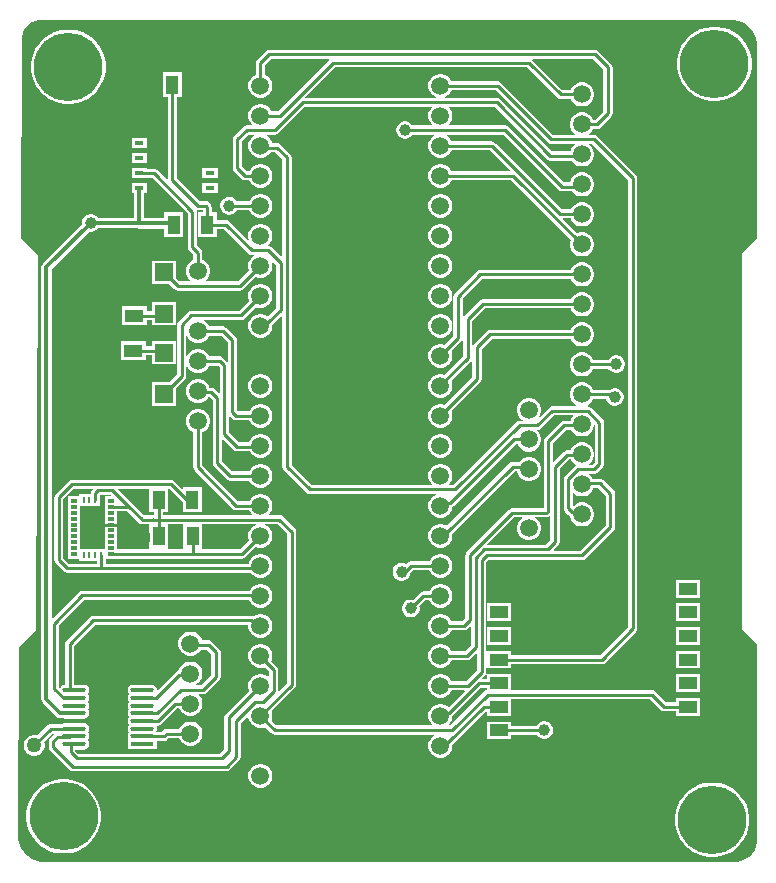
<source format=gtl>
G04*
G04 #@! TF.GenerationSoftware,Altium Limited,Altium Designer,24.7.2 (38)*
G04*
G04 Layer_Physical_Order=1*
G04 Layer_Color=255*
%FSLAX42Y42*%
%MOMM*%
G71*
G04*
G04 #@! TF.SameCoordinates,CE458257-ED55-464B-8F26-E5EFE0AAFCD9*
G04*
G04*
G04 #@! TF.FilePolarity,Positive*
G04*
G01*
G75*
%ADD10C,0.25*%
%ADD15R,0.80X0.33*%
%ADD16R,1.52X1.00*%
%ADD17R,0.25X0.48*%
%ADD18R,0.48X0.35*%
%ADD19R,1.50X1.50*%
%ADD20R,1.10X1.65*%
%ADD21R,1.65X1.10*%
%ADD22R,1.96X0.42*%
G04:AMPARAMS|DCode=23|XSize=1.96mm|YSize=0.42mm|CornerRadius=0.21mm|HoleSize=0mm|Usage=FLASHONLY|Rotation=180.000|XOffset=0mm|YOffset=0mm|HoleType=Round|Shape=RoundedRectangle|*
%AMROUNDEDRECTD23*
21,1,1.96,0.00,0,0,180.0*
21,1,1.53,0.42,0,0,180.0*
1,1,0.42,-0.77,0.00*
1,1,0.42,0.77,0.00*
1,1,0.42,0.77,0.00*
1,1,0.42,-0.77,0.00*
%
%ADD23ROUNDEDRECTD23*%
%ADD32R,2.46X2.77*%
%ADD38C,0.35*%
%ADD39C,0.24*%
%ADD40C,1.52*%
%ADD41C,1.00*%
%ADD42R,1.52X1.52*%
%ADD43C,5.80*%
%ADD44C,1.27*%
G36*
X12280Y9860D02*
X12320Y9843D01*
X12355Y9820D01*
X12385Y9790D01*
X12409Y9754D01*
X12425Y9715D01*
X12433Y9673D01*
Y9652D01*
X12433Y8023D01*
X12306Y7896D01*
Y4715D01*
X12433Y4588D01*
Y2934D01*
Y2915D01*
X12426Y2878D01*
X12412Y2843D01*
X12391Y2812D01*
X12364Y2786D01*
X12333Y2765D01*
X12298Y2751D01*
X12262Y2743D01*
X12243D01*
X6403Y2743D01*
X6381Y2744D01*
X6337Y2753D01*
X6296Y2770D01*
X6259Y2795D01*
X6228Y2827D01*
X6203Y2865D01*
X6186Y2906D01*
X6178Y2950D01*
X6178Y2973D01*
X6178Y2973D01*
X6186Y4561D01*
X6327Y4701D01*
X6343Y7881D01*
X6304Y7920D01*
X6236Y7989D01*
X6202Y8023D01*
X6210Y9715D01*
Y9730D01*
X6216Y9760D01*
X6228Y9788D01*
X6244Y9813D01*
X6265Y9834D01*
X6290Y9851D01*
X6318Y9862D01*
X6348Y9868D01*
X12239D01*
X12280Y9860D01*
D02*
G37*
%LPC*%
G36*
X12095Y9815D02*
X12045D01*
X11996Y9808D01*
X11949Y9792D01*
X11905Y9770D01*
X11865Y9741D01*
X11829Y9705D01*
X11800Y9665D01*
X11778Y9621D01*
X11762Y9574D01*
X11755Y9525D01*
Y9475D01*
X11762Y9426D01*
X11778Y9379D01*
X11800Y9335D01*
X11829Y9295D01*
X11865Y9259D01*
X11905Y9230D01*
X11949Y9208D01*
X11996Y9192D01*
X12045Y9185D01*
X12095D01*
X12144Y9192D01*
X12191Y9208D01*
X12235Y9230D01*
X12275Y9259D01*
X12311Y9295D01*
X12340Y9335D01*
X12362Y9379D01*
X12378Y9426D01*
X12385Y9475D01*
Y9525D01*
X12378Y9574D01*
X12362Y9621D01*
X12340Y9665D01*
X12311Y9705D01*
X12275Y9741D01*
X12235Y9770D01*
X12191Y9792D01*
X12144Y9808D01*
X12095Y9815D01*
D02*
G37*
G36*
X6625Y9790D02*
X6575D01*
X6526Y9783D01*
X6479Y9767D01*
X6435Y9745D01*
X6395Y9716D01*
X6359Y9680D01*
X6330Y9640D01*
X6308Y9596D01*
X6292Y9549D01*
X6285Y9500D01*
Y9450D01*
X6292Y9401D01*
X6308Y9354D01*
X6330Y9310D01*
X6359Y9270D01*
X6395Y9234D01*
X6435Y9205D01*
X6479Y9183D01*
X6526Y9167D01*
X6575Y9160D01*
X6625D01*
X6674Y9167D01*
X6721Y9183D01*
X6765Y9205D01*
X6805Y9234D01*
X6841Y9270D01*
X6870Y9310D01*
X6892Y9354D01*
X6908Y9401D01*
X6915Y9450D01*
Y9500D01*
X6908Y9549D01*
X6892Y9596D01*
X6870Y9640D01*
X6841Y9680D01*
X6805Y9716D01*
X6765Y9745D01*
X6721Y9767D01*
X6674Y9783D01*
X6625Y9790D01*
D02*
G37*
G36*
X11060Y9619D02*
X8300D01*
X8285Y9616D01*
X8273Y9607D01*
X8199Y9533D01*
X8190Y9521D01*
X8187Y9506D01*
Y9409D01*
X8187Y9409D01*
X8164Y9395D01*
X8145Y9376D01*
X8131Y9353D01*
X8124Y9327D01*
Y9301D01*
X8131Y9275D01*
X8145Y9252D01*
X8164Y9233D01*
X8187Y9219D01*
X8213Y9212D01*
X8239D01*
X8265Y9219D01*
X8288Y9233D01*
X8307Y9252D01*
X8321Y9275D01*
X8328Y9301D01*
Y9327D01*
X8321Y9353D01*
X8307Y9376D01*
X8288Y9395D01*
X8265Y9409D01*
X8265Y9409D01*
Y9490D01*
X8316Y9541D01*
X8809D01*
X8811Y9536D01*
X8374Y9099D01*
X8321D01*
X8321Y9099D01*
X8307Y9122D01*
X8288Y9141D01*
X8265Y9155D01*
X8239Y9162D01*
X8213D01*
X8187Y9155D01*
X8164Y9141D01*
X8145Y9122D01*
X8131Y9099D01*
X8124Y9073D01*
Y9047D01*
X8131Y9021D01*
X8145Y8998D01*
X8159Y8983D01*
X8157Y8979D01*
X8110D01*
X8095Y8976D01*
X8083Y8967D01*
X8003Y8887D01*
X7994Y8875D01*
X7991Y8860D01*
Y8620D01*
X7994Y8605D01*
X8003Y8593D01*
X8071Y8525D01*
X8083Y8516D01*
X8098Y8513D01*
X8131D01*
X8131Y8513D01*
X8145Y8490D01*
X8164Y8471D01*
X8187Y8457D01*
X8213Y8450D01*
X8239D01*
X8265Y8457D01*
X8288Y8471D01*
X8307Y8490D01*
X8321Y8513D01*
X8328Y8539D01*
Y8565D01*
X8321Y8591D01*
X8307Y8614D01*
X8288Y8633D01*
X8265Y8647D01*
X8239Y8654D01*
X8213D01*
X8187Y8647D01*
X8164Y8633D01*
X8145Y8614D01*
X8131Y8591D01*
X8131Y8591D01*
X8114D01*
X8069Y8636D01*
Y8844D01*
X8126Y8901D01*
X8178D01*
X8179Y8896D01*
X8164Y8887D01*
X8145Y8868D01*
X8131Y8845D01*
X8124Y8819D01*
Y8793D01*
X8131Y8767D01*
X8145Y8744D01*
X8164Y8725D01*
X8187Y8711D01*
X8213Y8704D01*
X8239D01*
X8265Y8711D01*
X8288Y8725D01*
X8307Y8744D01*
X8312Y8751D01*
X8354D01*
X8412Y8693D01*
Y7862D01*
X8407Y7861D01*
X8320Y7947D01*
X8308Y7956D01*
X8293Y7959D01*
X8291D01*
X8290Y7964D01*
X8307Y7982D01*
X8321Y8005D01*
X8328Y8031D01*
Y8057D01*
X8321Y8083D01*
X8307Y8106D01*
X8288Y8125D01*
X8265Y8139D01*
X8239Y8146D01*
X8213D01*
X8187Y8139D01*
X8164Y8125D01*
X8145Y8106D01*
X8131Y8083D01*
X8124Y8057D01*
Y8031D01*
X8131Y8005D01*
X8135Y7998D01*
X8131Y7995D01*
X7959Y8168D01*
X7946Y8176D01*
X7931Y8179D01*
X7857D01*
Y8248D01*
X7815D01*
Y8285D01*
X7812Y8300D01*
X7804Y8313D01*
X7789Y8327D01*
X7776Y8336D01*
X7762Y8339D01*
X7716D01*
X7521Y8534D01*
Y9217D01*
X7563D01*
Y9433D01*
X7402D01*
Y9217D01*
X7444D01*
Y8518D01*
X7440Y8515D01*
X7352Y8602D01*
X7340Y8611D01*
X7325Y8614D01*
X7265D01*
Y8617D01*
X7135D01*
Y8533D01*
X7265D01*
Y8536D01*
X7309D01*
X7611Y8234D01*
Y7950D01*
X7614Y7935D01*
X7623Y7923D01*
X7659Y7887D01*
Y7841D01*
X7658Y7841D01*
X7635Y7828D01*
X7616Y7809D01*
X7603Y7786D01*
X7596Y7760D01*
Y7733D01*
X7603Y7707D01*
X7616Y7684D01*
X7635Y7665D01*
X7638Y7664D01*
X7637Y7659D01*
X7541D01*
X7510Y7690D01*
Y7835D01*
X7310D01*
Y7635D01*
X7455D01*
X7498Y7593D01*
X7510Y7584D01*
X7525Y7581D01*
X8056D01*
X8071Y7584D01*
X8083Y7593D01*
X8186Y7696D01*
X8187Y7695D01*
X8213Y7688D01*
X8239D01*
X8265Y7695D01*
X8288Y7709D01*
X8307Y7728D01*
X8321Y7751D01*
X8328Y7777D01*
Y7803D01*
X8321Y7829D01*
X8319Y7832D01*
X8323Y7835D01*
X8361Y7797D01*
Y7436D01*
X8288Y7363D01*
X8265Y7377D01*
X8239Y7384D01*
X8213D01*
X8187Y7377D01*
X8164Y7363D01*
X8145Y7344D01*
X8131Y7321D01*
X8124Y7295D01*
Y7269D01*
X8131Y7243D01*
X8145Y7220D01*
X8164Y7201D01*
X8187Y7187D01*
X8213Y7180D01*
X8239D01*
X8265Y7187D01*
X8288Y7201D01*
X8307Y7220D01*
X8321Y7243D01*
X8328Y7269D01*
Y7293D01*
X8407Y7372D01*
X8412Y7370D01*
Y6089D01*
X8415Y6074D01*
X8423Y6062D01*
X8615Y5870D01*
X8627Y5862D01*
X8642Y5859D01*
X9715D01*
X9715Y5854D01*
X9711Y5853D01*
X9688Y5839D01*
X9669Y5820D01*
X9655Y5797D01*
X9648Y5771D01*
Y5745D01*
X9655Y5719D01*
X9669Y5696D01*
X9688Y5677D01*
X9711Y5663D01*
X9737Y5656D01*
X9763D01*
X9789Y5663D01*
X9812Y5677D01*
X9831Y5696D01*
X9845Y5719D01*
X9852Y5745D01*
Y5748D01*
X9862Y5755D01*
X10388Y6281D01*
X10405D01*
X10405Y6281D01*
X10419Y6258D01*
X10438Y6239D01*
X10461Y6225D01*
X10487Y6218D01*
X10513D01*
X10539Y6225D01*
X10562Y6239D01*
X10581Y6258D01*
X10595Y6281D01*
X10602Y6307D01*
Y6333D01*
X10595Y6359D01*
X10581Y6382D01*
X10567Y6397D01*
X10569Y6401D01*
X10572D01*
X10587Y6404D01*
X10599Y6413D01*
X10710Y6523D01*
X10874D01*
X10876Y6518D01*
X10867Y6510D01*
X10854Y6487D01*
X10852Y6479D01*
X10800D01*
X10785Y6476D01*
X10773Y6467D01*
X10636Y6331D01*
X10628Y6319D01*
X10625Y6304D01*
Y5739D01*
X10360D01*
X10345Y5736D01*
X10333Y5727D01*
X9971Y5366D01*
X9963Y5353D01*
X9960Y5338D01*
Y4804D01*
X9936Y4781D01*
X9845D01*
X9845Y4781D01*
X9831Y4804D01*
X9812Y4823D01*
X9789Y4837D01*
X9763Y4844D01*
X9737D01*
X9711Y4837D01*
X9688Y4823D01*
X9669Y4804D01*
X9655Y4781D01*
X9648Y4755D01*
Y4729D01*
X9655Y4703D01*
X9669Y4680D01*
X9688Y4661D01*
X9711Y4647D01*
X9737Y4640D01*
X9763D01*
X9789Y4647D01*
X9812Y4661D01*
X9831Y4680D01*
X9845Y4703D01*
X9845Y4703D01*
X9952D01*
X9967Y4706D01*
X9979Y4715D01*
X10006Y4741D01*
X10010Y4739D01*
Y4575D01*
X9962Y4527D01*
X9845D01*
X9845Y4527D01*
X9831Y4550D01*
X9812Y4569D01*
X9789Y4583D01*
X9763Y4590D01*
X9737D01*
X9711Y4583D01*
X9688Y4569D01*
X9669Y4550D01*
X9655Y4527D01*
X9648Y4501D01*
Y4475D01*
X9655Y4449D01*
X9669Y4426D01*
X9688Y4407D01*
X9711Y4393D01*
X9737Y4386D01*
X9763D01*
X9789Y4393D01*
X9812Y4407D01*
X9831Y4426D01*
X9845Y4449D01*
X9845Y4449D01*
X9978D01*
X9993Y4452D01*
X10005Y4461D01*
X10057Y4512D01*
X10061Y4510D01*
Y4368D01*
X9966Y4273D01*
X9845D01*
X9845Y4273D01*
X9831Y4296D01*
X9812Y4315D01*
X9789Y4329D01*
X9763Y4336D01*
X9737D01*
X9711Y4329D01*
X9688Y4315D01*
X9669Y4296D01*
X9655Y4273D01*
X9648Y4247D01*
Y4221D01*
X9655Y4195D01*
X9669Y4172D01*
X9688Y4153D01*
X9711Y4139D01*
X9737Y4132D01*
X9763D01*
X9789Y4139D01*
X9812Y4153D01*
X9831Y4172D01*
X9845Y4195D01*
X9845Y4195D01*
X9954D01*
X9956Y4191D01*
X9819Y4054D01*
X9812Y4061D01*
X9789Y4075D01*
X9763Y4082D01*
X9737D01*
X9711Y4075D01*
X9688Y4061D01*
X9669Y4042D01*
X9655Y4019D01*
X9648Y3993D01*
Y3967D01*
X9655Y3941D01*
X9669Y3918D01*
X9683Y3903D01*
X9681Y3899D01*
X8362D01*
X8320Y3940D01*
X8321Y3941D01*
X8328Y3967D01*
Y3993D01*
X8321Y4019D01*
X8320Y4020D01*
X8517Y4217D01*
X8526Y4229D01*
X8529Y4244D01*
Y5540D01*
X8526Y5555D01*
X8517Y5567D01*
X8415Y5670D01*
X8402Y5678D01*
X8387Y5681D01*
X8299D01*
X8298Y5686D01*
X8307Y5696D01*
X8321Y5719D01*
X8328Y5745D01*
Y5771D01*
X8321Y5797D01*
X8307Y5820D01*
X8288Y5839D01*
X8265Y5853D01*
X8239Y5860D01*
X8213D01*
X8187Y5853D01*
X8164Y5839D01*
X8145Y5820D01*
X8132Y5799D01*
X8036D01*
X7736Y6099D01*
Y6382D01*
X7737Y6382D01*
X7760Y6395D01*
X7779Y6414D01*
X7792Y6437D01*
X7799Y6463D01*
Y6490D01*
X7792Y6516D01*
X7779Y6539D01*
X7760Y6558D01*
X7737Y6571D01*
X7711Y6578D01*
X7684D01*
X7658Y6571D01*
X7635Y6558D01*
X7616Y6539D01*
X7603Y6516D01*
X7596Y6490D01*
Y6463D01*
X7603Y6437D01*
X7616Y6414D01*
X7635Y6395D01*
X7658Y6382D01*
X7659Y6382D01*
Y6083D01*
X7662Y6068D01*
X7670Y6055D01*
X7993Y5733D01*
X8005Y5724D01*
X8020Y5721D01*
X8131D01*
X8131Y5719D01*
X8145Y5696D01*
X8154Y5686D01*
X8153Y5681D01*
X7405D01*
Y5702D01*
X7447D01*
Y5903D01*
X7454D01*
X7571Y5787D01*
Y5702D01*
X7732D01*
Y5918D01*
X7571D01*
Y5903D01*
X7566Y5901D01*
X7498Y5969D01*
X7485Y5978D01*
X7471Y5981D01*
X6632D01*
X6617Y5978D01*
X6604Y5969D01*
X6493Y5857D01*
X6484Y5845D01*
X6481Y5830D01*
Y5299D01*
X6484Y5284D01*
X6493Y5271D01*
X6561Y5203D01*
X6574Y5194D01*
X6589Y5191D01*
X8143D01*
X8145Y5188D01*
X8164Y5169D01*
X8187Y5155D01*
X8213Y5148D01*
X8239D01*
X8265Y5155D01*
X8288Y5169D01*
X8307Y5188D01*
X8321Y5211D01*
X8328Y5237D01*
Y5263D01*
X8321Y5289D01*
X8307Y5312D01*
X8288Y5331D01*
X8265Y5345D01*
X8239Y5352D01*
X8213D01*
X8187Y5345D01*
X8164Y5331D01*
X8145Y5312D01*
X8131Y5289D01*
X8126Y5269D01*
X6918D01*
Y5307D01*
X7009D01*
Y5311D01*
X8072D01*
X8087Y5314D01*
X8099Y5323D01*
X8186Y5410D01*
X8187Y5409D01*
X8213Y5402D01*
X8239D01*
X8265Y5409D01*
X8288Y5423D01*
X8307Y5442D01*
X8321Y5465D01*
X8328Y5491D01*
Y5517D01*
X8321Y5543D01*
X8307Y5566D01*
X8288Y5585D01*
X8265Y5599D01*
X8266Y5604D01*
X8371D01*
X8451Y5524D01*
Y4260D01*
X8384Y4193D01*
X8379Y4195D01*
Y4369D01*
X8376Y4384D01*
X8368Y4396D01*
X8319Y4445D01*
X8321Y4449D01*
X8328Y4475D01*
Y4501D01*
X8321Y4527D01*
X8307Y4550D01*
X8288Y4569D01*
X8265Y4583D01*
X8239Y4590D01*
X8213D01*
X8187Y4583D01*
X8164Y4569D01*
X8145Y4550D01*
X8131Y4527D01*
X8124Y4501D01*
Y4475D01*
X8131Y4449D01*
X8145Y4426D01*
X8164Y4407D01*
X8187Y4393D01*
X8213Y4386D01*
X8239D01*
X8262Y4392D01*
X8301Y4353D01*
Y4309D01*
X8297Y4307D01*
X8288Y4315D01*
X8265Y4329D01*
X8239Y4336D01*
X8213D01*
X8187Y4329D01*
X8164Y4315D01*
X8145Y4296D01*
X8131Y4273D01*
X8124Y4247D01*
Y4221D01*
X8131Y4195D01*
X8132Y4194D01*
X7933Y3995D01*
X7924Y3983D01*
X7921Y3968D01*
Y3696D01*
X7884Y3659D01*
X6686D01*
X6659Y3686D01*
Y3695D01*
X6729D01*
X6747Y3699D01*
X6763Y3709D01*
X6773Y3724D01*
X6777Y3742D01*
X6773Y3761D01*
X6763Y3775D01*
X6773Y3789D01*
X6777Y3808D01*
X6773Y3826D01*
X6763Y3840D01*
X6773Y3854D01*
X6777Y3872D01*
X6773Y3891D01*
X6763Y3906D01*
X6747Y3916D01*
X6729Y3920D01*
X6576D01*
X6558Y3916D01*
X6549Y3910D01*
X6452D01*
X6437Y3907D01*
X6424Y3899D01*
X6339Y3814D01*
X6322Y3819D01*
X6298D01*
X6276Y3813D01*
X6255Y3801D01*
X6239Y3785D01*
X6227Y3764D01*
X6221Y3742D01*
Y3718D01*
X6227Y3696D01*
X6239Y3675D01*
X6255Y3659D01*
X6276Y3647D01*
X6298Y3641D01*
X6322D01*
X6344Y3647D01*
X6365Y3659D01*
X6381Y3675D01*
X6393Y3696D01*
X6399Y3718D01*
Y3742D01*
X6394Y3759D01*
X6468Y3833D01*
X6479D01*
X6481Y3828D01*
X6446Y3794D01*
X6438Y3781D01*
X6435Y3766D01*
Y3717D01*
X6438Y3702D01*
X6446Y3690D01*
X6614Y3523D01*
X6626Y3514D01*
X6641Y3511D01*
X7940D01*
X7955Y3514D01*
X7967Y3523D01*
X8047Y3603D01*
X8056Y3615D01*
X8059Y3630D01*
Y3920D01*
X8120Y3980D01*
X8124Y3979D01*
Y3967D01*
X8131Y3941D01*
X8145Y3918D01*
X8164Y3899D01*
X8187Y3885D01*
X8213Y3878D01*
X8239D01*
X8265Y3885D01*
X8266Y3886D01*
X8319Y3833D01*
X8331Y3824D01*
X8346Y3821D01*
X9702D01*
X9703Y3816D01*
X9688Y3807D01*
X9669Y3788D01*
X9655Y3765D01*
X9648Y3739D01*
Y3713D01*
X9655Y3687D01*
X9669Y3664D01*
X9688Y3645D01*
X9711Y3631D01*
X9737Y3624D01*
X9763D01*
X9789Y3631D01*
X9812Y3645D01*
X9831Y3664D01*
X9845Y3687D01*
X9852Y3713D01*
Y3735D01*
X9852Y3735D01*
X10135Y4018D01*
X10149D01*
Y3981D01*
X10352D01*
Y4121D01*
X11525D01*
X11617Y4029D01*
X11629Y4021D01*
X11644Y4018D01*
X11749D01*
Y3981D01*
X11952D01*
Y4132D01*
X11749D01*
Y4096D01*
X11660D01*
X11568Y4187D01*
X11556Y4196D01*
X11541Y4199D01*
X10352D01*
Y4332D01*
X10149D01*
Y4296D01*
X10105D01*
X10103Y4300D01*
X10127Y4324D01*
X10136Y4337D01*
X10139Y4352D01*
Y5280D01*
X10159Y5300D01*
X10949D01*
X10964Y5303D01*
X10977Y5312D01*
X11217Y5552D01*
X11225Y5564D01*
X11228Y5579D01*
Y5861D01*
X11225Y5876D01*
X11217Y5888D01*
X11127Y5977D01*
X11115Y5986D01*
X11100Y5989D01*
X11037D01*
X11030Y6002D01*
X11011Y6021D01*
X11007Y6023D01*
X11009Y6028D01*
X11047D01*
X11061Y6031D01*
X11074Y6039D01*
X11123Y6088D01*
X11132Y6101D01*
X11135Y6116D01*
Y6462D01*
X11132Y6477D01*
X11123Y6490D01*
X11023Y6589D01*
X11011Y6598D01*
X10996Y6601D01*
X10984D01*
X10983Y6606D01*
X10988Y6607D01*
X11011Y6620D01*
X11030Y6639D01*
X11043Y6662D01*
X11044Y6665D01*
X11152D01*
X11156Y6651D01*
X11166Y6634D01*
X11180Y6620D01*
X11197Y6610D01*
X11216Y6605D01*
X11236D01*
X11255Y6610D01*
X11273Y6620D01*
X11287Y6634D01*
X11297Y6651D01*
X11302Y6670D01*
Y6690D01*
X11297Y6709D01*
X11287Y6726D01*
X11273Y6740D01*
X11255Y6750D01*
X11236Y6755D01*
X11216D01*
X11197Y6750D01*
X11184Y6743D01*
X11042D01*
X11030Y6764D01*
X11011Y6783D01*
X10988Y6796D01*
X10962Y6803D01*
X10935D01*
X10909Y6796D01*
X10886Y6783D01*
X10867Y6764D01*
X10854Y6741D01*
X10847Y6715D01*
Y6688D01*
X10854Y6662D01*
X10867Y6639D01*
X10886Y6620D01*
X10909Y6607D01*
X10914Y6606D01*
X10913Y6601D01*
X10694D01*
X10679Y6598D01*
X10666Y6589D01*
X10590Y6513D01*
X10586Y6516D01*
X10595Y6531D01*
X10602Y6557D01*
Y6583D01*
X10595Y6609D01*
X10581Y6632D01*
X10562Y6651D01*
X10539Y6665D01*
X10513Y6672D01*
X10487D01*
X10461Y6665D01*
X10438Y6651D01*
X10419Y6632D01*
X10405Y6609D01*
X10398Y6583D01*
Y6557D01*
X10405Y6531D01*
X10419Y6508D01*
X10438Y6489D01*
X10446Y6484D01*
X10445Y6479D01*
X10420D01*
X10405Y6476D01*
X10393Y6467D01*
X9862Y5937D01*
X9825D01*
X9823Y5941D01*
X9831Y5950D01*
X9845Y5973D01*
X9852Y5999D01*
Y6025D01*
X9845Y6051D01*
X9831Y6074D01*
X9812Y6093D01*
X9789Y6107D01*
X9763Y6114D01*
X9737D01*
X9711Y6107D01*
X9688Y6093D01*
X9669Y6074D01*
X9655Y6051D01*
X9648Y6025D01*
Y5999D01*
X9655Y5973D01*
X9669Y5950D01*
X9677Y5941D01*
X9675Y5937D01*
X8658D01*
X8490Y6105D01*
Y8709D01*
X8487Y8724D01*
X8478Y8737D01*
X8397Y8817D01*
X8385Y8826D01*
X8370Y8829D01*
X8325D01*
X8321Y8845D01*
X8307Y8868D01*
X8288Y8887D01*
X8273Y8896D01*
X8274Y8901D01*
X8350D01*
X8365Y8904D01*
X8377Y8913D01*
X8600Y9135D01*
X9675D01*
X9677Y9131D01*
X9669Y9122D01*
X9655Y9099D01*
X9648Y9073D01*
Y9047D01*
X9655Y9021D01*
X9669Y8998D01*
X9683Y8983D01*
X9681Y8979D01*
X9515D01*
X9510Y8986D01*
X9496Y9000D01*
X9479Y9010D01*
X9460Y9015D01*
X9440D01*
X9421Y9010D01*
X9404Y9000D01*
X9390Y8986D01*
X9380Y8969D01*
X9375Y8950D01*
Y8930D01*
X9380Y8911D01*
X9390Y8894D01*
X9404Y8880D01*
X9421Y8870D01*
X9440Y8865D01*
X9460D01*
X9479Y8870D01*
X9496Y8880D01*
X9510Y8894D01*
X9515Y8901D01*
X9702D01*
X9703Y8896D01*
X9688Y8887D01*
X9669Y8868D01*
X9655Y8845D01*
X9648Y8819D01*
Y8793D01*
X9655Y8767D01*
X9669Y8744D01*
X9688Y8725D01*
X9711Y8711D01*
X9737Y8704D01*
X9763D01*
X9789Y8711D01*
X9812Y8725D01*
X9831Y8744D01*
X9845Y8767D01*
X9845Y8767D01*
X10168D01*
X10340Y8595D01*
X10338Y8591D01*
X9845D01*
X9845Y8591D01*
X9831Y8614D01*
X9812Y8633D01*
X9789Y8647D01*
X9763Y8654D01*
X9737D01*
X9711Y8647D01*
X9688Y8633D01*
X9669Y8614D01*
X9655Y8591D01*
X9648Y8565D01*
Y8539D01*
X9655Y8513D01*
X9669Y8490D01*
X9688Y8471D01*
X9711Y8457D01*
X9737Y8450D01*
X9763D01*
X9789Y8457D01*
X9812Y8471D01*
X9831Y8490D01*
X9845Y8513D01*
X9845Y8513D01*
X10350D01*
X10854Y8010D01*
X10847Y7985D01*
Y7958D01*
X10854Y7932D01*
X10867Y7909D01*
X10886Y7890D01*
X10909Y7877D01*
X10935Y7870D01*
X10962D01*
X10988Y7877D01*
X11011Y7890D01*
X11030Y7909D01*
X11043Y7932D01*
X11050Y7958D01*
Y7985D01*
X11043Y8011D01*
X11030Y8034D01*
X11011Y8053D01*
X10988Y8066D01*
X10962Y8073D01*
X10935D01*
X10909Y8066D01*
X10908Y8065D01*
X10787Y8187D01*
X10788Y8191D01*
X10853D01*
X10854Y8186D01*
X10867Y8163D01*
X10886Y8144D01*
X10909Y8131D01*
X10935Y8124D01*
X10962D01*
X10988Y8131D01*
X11011Y8144D01*
X11030Y8163D01*
X11043Y8186D01*
X11050Y8212D01*
Y8239D01*
X11043Y8265D01*
X11030Y8288D01*
X11011Y8307D01*
X10988Y8320D01*
X10962Y8327D01*
X10935D01*
X10909Y8320D01*
X10886Y8307D01*
X10867Y8288D01*
X10856Y8269D01*
X10776D01*
X10211Y8833D01*
X10199Y8842D01*
X10184Y8845D01*
X9845D01*
X9845Y8845D01*
X9831Y8868D01*
X9812Y8887D01*
X9797Y8896D01*
X9798Y8901D01*
X10284D01*
X10753Y8433D01*
X10765Y8424D01*
X10780Y8421D01*
X10865D01*
X10867Y8417D01*
X10886Y8398D01*
X10909Y8385D01*
X10935Y8378D01*
X10962D01*
X10988Y8385D01*
X11011Y8398D01*
X11030Y8417D01*
X11043Y8440D01*
X11050Y8466D01*
Y8493D01*
X11043Y8519D01*
X11030Y8542D01*
X11011Y8561D01*
X10988Y8574D01*
X10962Y8581D01*
X10935D01*
X10909Y8574D01*
X10886Y8561D01*
X10867Y8542D01*
X10854Y8519D01*
X10849Y8499D01*
X10796D01*
X10327Y8967D01*
X10315Y8976D01*
X10300Y8979D01*
X9819D01*
X9817Y8983D01*
X9831Y8998D01*
X9845Y9021D01*
X9852Y9047D01*
Y9073D01*
X9845Y9099D01*
X9831Y9122D01*
X9823Y9131D01*
X9825Y9135D01*
X10210D01*
X10653Y8693D01*
X10665Y8684D01*
X10680Y8681D01*
X10862D01*
X10867Y8671D01*
X10886Y8652D01*
X10909Y8639D01*
X10935Y8632D01*
X10962D01*
X10988Y8639D01*
X11011Y8652D01*
X11030Y8671D01*
X11043Y8694D01*
X11050Y8720D01*
Y8747D01*
X11043Y8773D01*
X11030Y8796D01*
X11011Y8815D01*
X11009Y8816D01*
X11010Y8821D01*
X11034D01*
X11341Y8514D01*
Y4736D01*
X11101Y4496D01*
X10352D01*
Y4532D01*
X10149D01*
Y4381D01*
X10352D01*
Y4418D01*
X11117D01*
X11132Y4421D01*
X11144Y4429D01*
X11407Y4693D01*
X11416Y4705D01*
X11419Y4720D01*
Y8530D01*
X11416Y8545D01*
X11407Y8557D01*
X11077Y8887D01*
X11065Y8896D01*
X11050Y8899D01*
X11008D01*
X11006Y8904D01*
X11011Y8906D01*
X11030Y8925D01*
X11043Y8948D01*
X11043Y8949D01*
X11078D01*
X11092Y8952D01*
X11105Y8960D01*
X11197Y9053D01*
X11206Y9065D01*
X11209Y9080D01*
Y9470D01*
X11206Y9485D01*
X11197Y9497D01*
X11087Y9607D01*
X11075Y9616D01*
X11060Y9619D01*
D02*
G37*
G36*
X7265Y8871D02*
X7135D01*
Y8787D01*
X7265D01*
Y8871D01*
D02*
G37*
G36*
Y8744D02*
X7135D01*
Y8660D01*
X7265D01*
Y8744D01*
D02*
G37*
G36*
X7865Y8617D02*
X7735D01*
Y8533D01*
X7865D01*
Y8617D01*
D02*
G37*
G36*
Y8490D02*
X7735D01*
Y8406D01*
X7865D01*
Y8490D01*
D02*
G37*
G36*
X8239Y8400D02*
X8213D01*
X8187Y8393D01*
X8164Y8379D01*
X8145Y8360D01*
X8132Y8338D01*
X8025D01*
X8021Y8346D01*
X8007Y8360D01*
X7990Y8370D01*
X7970Y8375D01*
X7951D01*
X7931Y8370D01*
X7914Y8360D01*
X7900Y8346D01*
X7890Y8329D01*
X7885Y8309D01*
Y8290D01*
X7890Y8270D01*
X7900Y8253D01*
X7914Y8239D01*
X7931Y8229D01*
X7951Y8224D01*
X7970D01*
X7990Y8229D01*
X8007Y8239D01*
X8021Y8253D01*
X8025Y8260D01*
X8131D01*
X8131Y8259D01*
X8145Y8236D01*
X8164Y8217D01*
X8187Y8203D01*
X8213Y8196D01*
X8239D01*
X8265Y8203D01*
X8288Y8217D01*
X8307Y8236D01*
X8321Y8259D01*
X8328Y8285D01*
Y8311D01*
X8321Y8337D01*
X8307Y8360D01*
X8288Y8379D01*
X8265Y8393D01*
X8239Y8400D01*
D02*
G37*
G36*
X9763D02*
X9737D01*
X9711Y8393D01*
X9688Y8379D01*
X9669Y8360D01*
X9655Y8337D01*
X9648Y8311D01*
Y8285D01*
X9655Y8259D01*
X9669Y8236D01*
X9688Y8217D01*
X9711Y8203D01*
X9737Y8196D01*
X9763D01*
X9789Y8203D01*
X9812Y8217D01*
X9831Y8236D01*
X9845Y8259D01*
X9852Y8285D01*
Y8311D01*
X9845Y8337D01*
X9831Y8360D01*
X9812Y8379D01*
X9789Y8393D01*
X9763Y8400D01*
D02*
G37*
G36*
X7200Y8492D02*
X7191Y8490D01*
X7135D01*
Y8406D01*
X7156D01*
Y8196D01*
X6853D01*
X6850Y8200D01*
X6836Y8214D01*
X6819Y8224D01*
X6800Y8229D01*
X6780D01*
X6761Y8224D01*
X6744Y8214D01*
X6730Y8200D01*
X6720Y8183D01*
X6715Y8164D01*
Y8144D01*
X6715Y8141D01*
X6383Y7809D01*
X6374Y7795D01*
X6371Y7778D01*
Y4120D01*
X6374Y4103D01*
X6383Y4089D01*
X6502Y3971D01*
X6516Y3961D01*
X6533Y3958D01*
X6562D01*
X6576Y3955D01*
X6729D01*
X6747Y3959D01*
X6763Y3969D01*
X6773Y3984D01*
X6777Y4003D01*
X6773Y4021D01*
X6763Y4035D01*
X6773Y4049D01*
X6777Y4067D01*
X6773Y4086D01*
X6763Y4100D01*
X6773Y4114D01*
X6777Y4133D01*
X6773Y4151D01*
X6763Y4165D01*
X6773Y4179D01*
X6777Y4197D01*
X6773Y4216D01*
X6763Y4231D01*
X6747Y4241D01*
X6729Y4245D01*
X6649D01*
Y4574D01*
X6826Y4751D01*
X8124D01*
Y4729D01*
X8131Y4703D01*
X8145Y4680D01*
X8164Y4661D01*
X8187Y4647D01*
X8213Y4640D01*
X8239D01*
X8265Y4647D01*
X8288Y4661D01*
X8307Y4680D01*
X8321Y4703D01*
X8328Y4729D01*
Y4755D01*
X8321Y4781D01*
X8307Y4804D01*
X8288Y4823D01*
X8265Y4837D01*
X8239Y4844D01*
X8213D01*
X8187Y4837D01*
X8165Y4824D01*
X8162Y4826D01*
X8148Y4829D01*
X6810D01*
X6795Y4826D01*
X6783Y4817D01*
X6582Y4617D01*
X6574Y4605D01*
X6571Y4590D01*
Y4244D01*
X6558Y4241D01*
X6542Y4231D01*
X6534Y4218D01*
X6528Y4217D01*
X6519Y4226D01*
Y4744D01*
X6736Y4961D01*
X8130D01*
X8131Y4957D01*
X8145Y4934D01*
X8164Y4915D01*
X8187Y4901D01*
X8213Y4894D01*
X8239D01*
X8265Y4901D01*
X8288Y4915D01*
X8307Y4934D01*
X8321Y4957D01*
X8328Y4983D01*
Y5009D01*
X8321Y5035D01*
X8307Y5058D01*
X8288Y5077D01*
X8265Y5091D01*
X8239Y5098D01*
X8213D01*
X8187Y5091D01*
X8164Y5077D01*
X8145Y5058D01*
X8133Y5039D01*
X6720D01*
X6705Y5036D01*
X6693Y5027D01*
X6463Y4798D01*
X6458Y4800D01*
Y7760D01*
X6777Y8079D01*
X6780Y8079D01*
X6800D01*
X6819Y8084D01*
X6836Y8094D01*
X6850Y8108D01*
X6851Y8108D01*
X7190D01*
X7200Y8106D01*
X7411D01*
Y8032D01*
X7572D01*
Y8248D01*
X7411D01*
Y8194D01*
X7244D01*
Y8406D01*
X7265D01*
Y8490D01*
X7209D01*
X7200Y8492D01*
D02*
G37*
G36*
X9763Y8146D02*
X9737D01*
X9711Y8139D01*
X9688Y8125D01*
X9669Y8106D01*
X9655Y8083D01*
X9648Y8057D01*
Y8031D01*
X9655Y8005D01*
X9669Y7982D01*
X9688Y7963D01*
X9711Y7949D01*
X9737Y7942D01*
X9763D01*
X9789Y7949D01*
X9812Y7963D01*
X9831Y7982D01*
X9845Y8005D01*
X9852Y8031D01*
Y8057D01*
X9845Y8083D01*
X9831Y8106D01*
X9812Y8125D01*
X9789Y8139D01*
X9763Y8146D01*
D02*
G37*
G36*
Y7892D02*
X9737D01*
X9711Y7885D01*
X9688Y7871D01*
X9669Y7852D01*
X9655Y7829D01*
X9648Y7803D01*
Y7777D01*
X9655Y7751D01*
X9669Y7728D01*
X9688Y7709D01*
X9711Y7695D01*
X9737Y7688D01*
X9763D01*
X9789Y7695D01*
X9812Y7709D01*
X9831Y7728D01*
X9845Y7751D01*
X9852Y7777D01*
Y7803D01*
X9845Y7829D01*
X9831Y7852D01*
X9812Y7871D01*
X9789Y7885D01*
X9763Y7892D01*
D02*
G37*
G36*
X10962Y7819D02*
X10935D01*
X10909Y7812D01*
X10886Y7799D01*
X10867Y7780D01*
X10854Y7757D01*
X10854Y7756D01*
X10088D01*
X10073Y7753D01*
X10060Y7745D01*
X9873Y7557D01*
X9864Y7545D01*
X9861Y7530D01*
Y7194D01*
X9790Y7122D01*
X9789Y7123D01*
X9763Y7130D01*
X9737D01*
X9711Y7123D01*
X9688Y7109D01*
X9669Y7090D01*
X9655Y7067D01*
X9648Y7041D01*
Y7015D01*
X9655Y6989D01*
X9669Y6966D01*
X9688Y6947D01*
X9711Y6933D01*
X9737Y6926D01*
X9763D01*
X9789Y6933D01*
X9812Y6947D01*
X9831Y6966D01*
X9845Y6989D01*
X9852Y7015D01*
Y7041D01*
X9845Y7067D01*
X9844Y7068D01*
X9927Y7151D01*
X9936Y7163D01*
X9936Y7164D01*
X9941Y7164D01*
Y7027D01*
X9784Y6870D01*
X9763Y6876D01*
X9737D01*
X9711Y6869D01*
X9688Y6855D01*
X9669Y6836D01*
X9655Y6813D01*
X9648Y6787D01*
Y6761D01*
X9655Y6735D01*
X9669Y6712D01*
X9688Y6693D01*
X9711Y6679D01*
X9737Y6672D01*
X9763D01*
X9789Y6679D01*
X9812Y6693D01*
X9831Y6712D01*
X9845Y6735D01*
X9852Y6761D01*
Y6787D01*
X9845Y6813D01*
X9842Y6818D01*
X10007Y6984D01*
X10016Y6996D01*
X10016Y6998D01*
X10021Y6997D01*
Y6846D01*
X9790Y6614D01*
X9789Y6615D01*
X9763Y6622D01*
X9737D01*
X9711Y6615D01*
X9688Y6601D01*
X9669Y6582D01*
X9655Y6559D01*
X9648Y6533D01*
Y6507D01*
X9655Y6481D01*
X9669Y6458D01*
X9688Y6439D01*
X9711Y6425D01*
X9737Y6418D01*
X9763D01*
X9789Y6425D01*
X9812Y6439D01*
X9831Y6458D01*
X9845Y6481D01*
X9852Y6507D01*
Y6533D01*
X9845Y6559D01*
X9844Y6560D01*
X10087Y6803D01*
X10096Y6815D01*
X10099Y6830D01*
Y7084D01*
X10186Y7171D01*
X10854D01*
X10854Y7170D01*
X10867Y7147D01*
X10886Y7128D01*
X10909Y7115D01*
X10935Y7108D01*
X10962D01*
X10988Y7115D01*
X11011Y7128D01*
X11030Y7147D01*
X11043Y7170D01*
X11050Y7196D01*
Y7223D01*
X11043Y7249D01*
X11030Y7272D01*
X11011Y7291D01*
X10988Y7304D01*
X10962Y7311D01*
X10935D01*
X10909Y7304D01*
X10886Y7291D01*
X10867Y7272D01*
X10854Y7249D01*
X10854Y7248D01*
X10170D01*
X10155Y7245D01*
X10142Y7237D01*
X10033Y7127D01*
X10024Y7115D01*
X10024Y7114D01*
X10019Y7114D01*
Y7324D01*
X10125Y7430D01*
X10852D01*
X10854Y7424D01*
X10867Y7401D01*
X10886Y7382D01*
X10909Y7369D01*
X10935Y7362D01*
X10962D01*
X10988Y7369D01*
X11011Y7382D01*
X11030Y7401D01*
X11043Y7424D01*
X11050Y7450D01*
Y7477D01*
X11043Y7503D01*
X11030Y7526D01*
X11011Y7545D01*
X10988Y7558D01*
X10962Y7565D01*
X10935D01*
X10909Y7558D01*
X10886Y7545D01*
X10867Y7526D01*
X10857Y7508D01*
X10109D01*
X10094Y7505D01*
X10082Y7497D01*
X9953Y7367D01*
X9944Y7355D01*
X9944Y7354D01*
X9939Y7354D01*
Y7514D01*
X10104Y7679D01*
X10854D01*
X10854Y7678D01*
X10867Y7655D01*
X10886Y7636D01*
X10909Y7623D01*
X10935Y7616D01*
X10962D01*
X10988Y7623D01*
X11011Y7636D01*
X11030Y7655D01*
X11043Y7678D01*
X11050Y7704D01*
Y7731D01*
X11043Y7757D01*
X11030Y7780D01*
X11011Y7799D01*
X10988Y7812D01*
X10962Y7819D01*
D02*
G37*
G36*
X9763Y7638D02*
X9737D01*
X9711Y7631D01*
X9688Y7617D01*
X9669Y7598D01*
X9655Y7575D01*
X9648Y7549D01*
Y7523D01*
X9655Y7497D01*
X9669Y7474D01*
X9688Y7455D01*
X9711Y7441D01*
X9737Y7434D01*
X9763D01*
X9789Y7441D01*
X9812Y7455D01*
X9831Y7474D01*
X9845Y7497D01*
X9852Y7523D01*
Y7549D01*
X9845Y7575D01*
X9831Y7598D01*
X9812Y7617D01*
X9789Y7631D01*
X9763Y7638D01*
D02*
G37*
G36*
X8239D02*
X8213D01*
X8187Y7631D01*
X8164Y7617D01*
X8145Y7598D01*
X8131Y7575D01*
X8124Y7549D01*
Y7523D01*
X8131Y7497D01*
X8132Y7496D01*
X8044Y7409D01*
X7640D01*
X7625Y7406D01*
X7613Y7397D01*
X7533Y7317D01*
X7524Y7305D01*
X7521Y7290D01*
Y6871D01*
X7455Y6805D01*
X7310D01*
Y6605D01*
X7510D01*
Y6750D01*
X7587Y6828D01*
X7596Y6840D01*
X7599Y6855D01*
Y6942D01*
X7604Y6943D01*
X7616Y6922D01*
X7635Y6903D01*
X7658Y6890D01*
X7684Y6883D01*
X7711D01*
X7737Y6890D01*
X7760Y6903D01*
X7779Y6922D01*
X7792Y6945D01*
X7792Y6946D01*
X7869D01*
X7881Y6934D01*
Y6710D01*
X7877Y6708D01*
X7839Y6746D01*
X7827Y6754D01*
X7812Y6757D01*
X7795D01*
X7792Y6770D01*
X7779Y6793D01*
X7760Y6812D01*
X7737Y6825D01*
X7711Y6832D01*
X7684D01*
X7658Y6825D01*
X7635Y6812D01*
X7616Y6793D01*
X7603Y6770D01*
X7596Y6744D01*
Y6717D01*
X7603Y6691D01*
X7616Y6668D01*
X7635Y6649D01*
X7658Y6636D01*
X7684Y6629D01*
X7711D01*
X7737Y6636D01*
X7760Y6649D01*
X7779Y6668D01*
X7785Y6679D01*
X7796D01*
X7821Y6654D01*
Y6120D01*
X7824Y6105D01*
X7833Y6093D01*
X7943Y5983D01*
X7955Y5974D01*
X7970Y5971D01*
X8132D01*
X8145Y5950D01*
X8164Y5931D01*
X8187Y5917D01*
X8213Y5910D01*
X8239D01*
X8265Y5917D01*
X8288Y5931D01*
X8307Y5950D01*
X8321Y5973D01*
X8328Y5999D01*
Y6025D01*
X8321Y6051D01*
X8307Y6074D01*
X8288Y6093D01*
X8265Y6107D01*
X8239Y6114D01*
X8213D01*
X8187Y6107D01*
X8164Y6093D01*
X8145Y6074D01*
X8131Y6051D01*
X8131Y6049D01*
X7986D01*
X7899Y6136D01*
Y6330D01*
X7903Y6332D01*
X8003Y6233D01*
X8015Y6224D01*
X8030Y6221D01*
X8135D01*
X8145Y6204D01*
X8164Y6185D01*
X8187Y6171D01*
X8213Y6164D01*
X8239D01*
X8265Y6171D01*
X8288Y6185D01*
X8307Y6204D01*
X8321Y6227D01*
X8328Y6253D01*
Y6279D01*
X8321Y6305D01*
X8307Y6328D01*
X8288Y6347D01*
X8265Y6361D01*
X8239Y6368D01*
X8213D01*
X8187Y6361D01*
X8164Y6347D01*
X8145Y6328D01*
X8131Y6305D01*
X8130Y6299D01*
X8046D01*
X7959Y6386D01*
Y6519D01*
X7964Y6521D01*
X7993Y6493D01*
X8005Y6484D01*
X8020Y6481D01*
X8131D01*
X8131Y6481D01*
X8145Y6458D01*
X8164Y6439D01*
X8187Y6425D01*
X8213Y6418D01*
X8239D01*
X8265Y6425D01*
X8288Y6439D01*
X8307Y6458D01*
X8321Y6481D01*
X8328Y6507D01*
Y6533D01*
X8321Y6559D01*
X8307Y6582D01*
X8288Y6601D01*
X8265Y6615D01*
X8239Y6622D01*
X8213D01*
X8187Y6615D01*
X8164Y6601D01*
X8145Y6582D01*
X8131Y6559D01*
X8131Y6559D01*
X8036D01*
X8029Y6566D01*
Y7160D01*
X8026Y7175D01*
X8017Y7187D01*
X7939Y7266D01*
X7926Y7274D01*
X7911Y7277D01*
X7792D01*
X7792Y7278D01*
X7779Y7301D01*
X7760Y7320D01*
X7749Y7326D01*
X7750Y7331D01*
X8060D01*
X8075Y7334D01*
X8087Y7343D01*
X8186Y7442D01*
X8187Y7441D01*
X8213Y7434D01*
X8239D01*
X8265Y7441D01*
X8288Y7455D01*
X8307Y7474D01*
X8321Y7497D01*
X8328Y7523D01*
Y7549D01*
X8321Y7575D01*
X8307Y7598D01*
X8288Y7617D01*
X8265Y7631D01*
X8239Y7638D01*
D02*
G37*
G36*
X7510Y7485D02*
X7310D01*
Y7406D01*
X7268D01*
Y7448D01*
X7052D01*
Y7287D01*
X7268D01*
Y7329D01*
X7310D01*
Y7285D01*
X7510D01*
Y7485D01*
D02*
G37*
G36*
X9763Y7384D02*
X9737D01*
X9711Y7377D01*
X9688Y7363D01*
X9669Y7344D01*
X9655Y7321D01*
X9648Y7295D01*
Y7269D01*
X9655Y7243D01*
X9669Y7220D01*
X9688Y7201D01*
X9711Y7187D01*
X9737Y7180D01*
X9763D01*
X9789Y7187D01*
X9812Y7201D01*
X9831Y7220D01*
X9845Y7243D01*
X9852Y7269D01*
Y7295D01*
X9845Y7321D01*
X9831Y7344D01*
X9812Y7363D01*
X9789Y7377D01*
X9763Y7384D01*
D02*
G37*
G36*
X7510Y7155D02*
X7310D01*
Y7109D01*
X7258D01*
Y7150D01*
X7042D01*
Y6990D01*
X7258D01*
Y7031D01*
X7310D01*
Y6955D01*
X7510D01*
Y7155D01*
D02*
G37*
G36*
X10962Y7057D02*
X10935D01*
X10909Y7050D01*
X10886Y7037D01*
X10867Y7018D01*
X10854Y6995D01*
X10847Y6969D01*
Y6942D01*
X10854Y6916D01*
X10867Y6893D01*
X10886Y6874D01*
X10909Y6861D01*
X10935Y6854D01*
X10962D01*
X10988Y6861D01*
X11011Y6874D01*
X11030Y6893D01*
X11043Y6916D01*
X11044Y6919D01*
X11173D01*
X11177Y6912D01*
X11192Y6897D01*
X11209Y6888D01*
X11228Y6882D01*
X11248D01*
X11267Y6888D01*
X11284Y6897D01*
X11298Y6912D01*
X11308Y6929D01*
X11313Y6948D01*
Y6968D01*
X11308Y6987D01*
X11298Y7004D01*
X11284Y7018D01*
X11267Y7028D01*
X11248Y7033D01*
X11228D01*
X11209Y7028D01*
X11192Y7018D01*
X11177Y7004D01*
X11173Y6997D01*
X11042D01*
X11030Y7018D01*
X11011Y7037D01*
X10988Y7050D01*
X10962Y7057D01*
D02*
G37*
G36*
X8239Y6876D02*
X8213D01*
X8187Y6869D01*
X8164Y6855D01*
X8145Y6836D01*
X8131Y6813D01*
X8124Y6787D01*
Y6761D01*
X8131Y6735D01*
X8145Y6712D01*
X8164Y6693D01*
X8187Y6679D01*
X8213Y6672D01*
X8239D01*
X8265Y6679D01*
X8288Y6693D01*
X8307Y6712D01*
X8321Y6735D01*
X8328Y6761D01*
Y6787D01*
X8321Y6813D01*
X8307Y6836D01*
X8288Y6855D01*
X8265Y6869D01*
X8239Y6876D01*
D02*
G37*
G36*
X9763Y6368D02*
X9737D01*
X9711Y6361D01*
X9688Y6347D01*
X9669Y6328D01*
X9655Y6305D01*
X9648Y6279D01*
Y6253D01*
X9655Y6227D01*
X9669Y6204D01*
X9688Y6185D01*
X9711Y6171D01*
X9737Y6164D01*
X9763D01*
X9789Y6171D01*
X9812Y6185D01*
X9831Y6204D01*
X9845Y6227D01*
X9852Y6253D01*
Y6279D01*
X9845Y6305D01*
X9831Y6328D01*
X9812Y6347D01*
X9789Y6361D01*
X9763Y6368D01*
D02*
G37*
G36*
X10513Y6172D02*
X10487D01*
X10461Y6165D01*
X10438Y6151D01*
X10419Y6132D01*
X10417Y6129D01*
X10362D01*
X10347Y6126D01*
X10334Y6117D01*
X9806Y5589D01*
X9789Y5599D01*
X9763Y5606D01*
X9737D01*
X9711Y5599D01*
X9688Y5585D01*
X9669Y5566D01*
X9655Y5543D01*
X9648Y5517D01*
Y5491D01*
X9655Y5465D01*
X9669Y5442D01*
X9688Y5423D01*
X9711Y5409D01*
X9737Y5402D01*
X9763D01*
X9789Y5409D01*
X9812Y5423D01*
X9831Y5442D01*
X9845Y5465D01*
X9852Y5491D01*
Y5517D01*
X9850Y5523D01*
X10378Y6051D01*
X10400D01*
X10405Y6031D01*
X10419Y6008D01*
X10438Y5989D01*
X10461Y5975D01*
X10487Y5968D01*
X10513D01*
X10539Y5975D01*
X10562Y5989D01*
X10581Y6008D01*
X10595Y6031D01*
X10602Y6057D01*
Y6083D01*
X10595Y6109D01*
X10581Y6132D01*
X10562Y6151D01*
X10539Y6165D01*
X10513Y6172D01*
D02*
G37*
G36*
X9763Y5352D02*
X9737D01*
X9711Y5345D01*
X9688Y5331D01*
X9669Y5312D01*
X9655Y5289D01*
X9655Y5289D01*
X9499D01*
X9484Y5286D01*
X9471Y5277D01*
X9459Y5265D01*
X9450Y5270D01*
X9431Y5276D01*
X9411D01*
X9392Y5270D01*
X9375Y5261D01*
X9361Y5247D01*
X9351Y5229D01*
X9346Y5210D01*
Y5190D01*
X9351Y5171D01*
X9361Y5154D01*
X9375Y5140D01*
X9392Y5130D01*
X9411Y5125D01*
X9431D01*
X9450Y5130D01*
X9468Y5140D01*
X9482Y5154D01*
X9492Y5171D01*
X9497Y5190D01*
Y5193D01*
X9515Y5211D01*
X9655D01*
X9655Y5211D01*
X9669Y5188D01*
X9688Y5169D01*
X9711Y5155D01*
X9737Y5148D01*
X9763D01*
X9789Y5155D01*
X9812Y5169D01*
X9831Y5188D01*
X9845Y5211D01*
X9852Y5237D01*
Y5263D01*
X9845Y5289D01*
X9831Y5312D01*
X9812Y5331D01*
X9789Y5345D01*
X9763Y5352D01*
D02*
G37*
G36*
X11952Y5132D02*
X11749D01*
Y4981D01*
X11952D01*
Y5132D01*
D02*
G37*
G36*
X9763Y5098D02*
X9737D01*
X9711Y5091D01*
X9688Y5077D01*
X9669Y5058D01*
X9655Y5035D01*
X9655Y5035D01*
X9606D01*
X9591Y5032D01*
X9579Y5023D01*
X9518Y4963D01*
X9510Y4965D01*
X9490D01*
X9471Y4960D01*
X9454Y4950D01*
X9440Y4936D01*
X9430Y4919D01*
X9425Y4900D01*
Y4880D01*
X9430Y4861D01*
X9440Y4844D01*
X9454Y4830D01*
X9471Y4820D01*
X9490Y4815D01*
X9510D01*
X9529Y4820D01*
X9546Y4830D01*
X9560Y4844D01*
X9570Y4861D01*
X9575Y4880D01*
Y4900D01*
X9573Y4908D01*
X9622Y4957D01*
X9655D01*
X9655Y4957D01*
X9669Y4934D01*
X9688Y4915D01*
X9711Y4901D01*
X9737Y4894D01*
X9763D01*
X9789Y4901D01*
X9812Y4915D01*
X9831Y4934D01*
X9845Y4957D01*
X9852Y4983D01*
Y5009D01*
X9845Y5035D01*
X9831Y5058D01*
X9812Y5077D01*
X9789Y5091D01*
X9763Y5098D01*
D02*
G37*
G36*
X11952Y4932D02*
X11749D01*
Y4781D01*
X11952D01*
Y4932D01*
D02*
G37*
G36*
X10352D02*
X10149D01*
Y4781D01*
X10352D01*
Y4932D01*
D02*
G37*
G36*
X11952Y4732D02*
X11749D01*
Y4581D01*
X11952D01*
Y4732D01*
D02*
G37*
G36*
X10352D02*
X10149D01*
Y4581D01*
X10352D01*
Y4732D01*
D02*
G37*
G36*
X11952Y4532D02*
X11749D01*
Y4381D01*
X11952D01*
Y4532D01*
D02*
G37*
G36*
X7647Y4693D02*
X7621D01*
X7595Y4686D01*
X7572Y4673D01*
X7553Y4654D01*
X7539Y4631D01*
X7532Y4605D01*
Y4578D01*
X7539Y4552D01*
X7553Y4529D01*
X7572Y4510D01*
X7595Y4497D01*
X7621Y4490D01*
X7647D01*
X7673Y4497D01*
X7696Y4510D01*
X7715Y4529D01*
X7722Y4541D01*
X7774D01*
X7811Y4504D01*
Y4326D01*
X7724Y4239D01*
X7676D01*
X7675Y4244D01*
X7696Y4256D01*
X7715Y4275D01*
X7729Y4298D01*
X7736Y4324D01*
Y4351D01*
X7729Y4377D01*
X7715Y4400D01*
X7696Y4419D01*
X7673Y4432D01*
X7647Y4439D01*
X7621D01*
X7595Y4432D01*
X7572Y4419D01*
X7553Y4400D01*
X7539Y4377D01*
X7536Y4364D01*
X7535D01*
X7520Y4361D01*
X7508Y4353D01*
X7356Y4201D01*
X7351Y4203D01*
X7348Y4216D01*
X7338Y4231D01*
X7322Y4241D01*
X7304Y4245D01*
X7151D01*
X7133Y4241D01*
X7117Y4231D01*
X7107Y4216D01*
X7103Y4197D01*
X7107Y4179D01*
X7117Y4165D01*
X7107Y4151D01*
X7103Y4133D01*
X7107Y4114D01*
X7117Y4100D01*
X7107Y4086D01*
X7103Y4067D01*
X7107Y4049D01*
X7117Y4035D01*
X7107Y4021D01*
X7103Y4003D01*
X7107Y3984D01*
X7117Y3970D01*
X7107Y3956D01*
X7103Y3938D01*
X7107Y3919D01*
X7117Y3905D01*
X7107Y3891D01*
X7103Y3872D01*
X7107Y3854D01*
X7117Y3840D01*
X7107Y3826D01*
X7103Y3808D01*
X7106Y3794D01*
X7104Y3789D01*
X7104D01*
X7104Y3789D01*
Y3696D01*
X7351D01*
Y3768D01*
X7409D01*
X7424Y3771D01*
X7437Y3779D01*
X7448Y3791D01*
X7539D01*
X7539Y3790D01*
X7553Y3767D01*
X7572Y3748D01*
X7595Y3735D01*
X7621Y3728D01*
X7647D01*
X7673Y3735D01*
X7696Y3748D01*
X7715Y3767D01*
X7729Y3790D01*
X7736Y3816D01*
Y3843D01*
X7729Y3869D01*
X7715Y3892D01*
X7696Y3911D01*
X7673Y3924D01*
X7647Y3931D01*
X7621D01*
X7595Y3924D01*
X7572Y3911D01*
X7553Y3892D01*
X7539Y3869D01*
X7539Y3868D01*
X7432D01*
X7417Y3865D01*
X7405Y3857D01*
X7393Y3845D01*
X7347D01*
X7345Y3850D01*
X7348Y3854D01*
X7352Y3872D01*
X7348Y3891D01*
X7346Y3893D01*
X7349Y3898D01*
X7359D01*
X7374Y3901D01*
X7387Y3909D01*
X7522Y4045D01*
X7539D01*
X7539Y4044D01*
X7553Y4021D01*
X7572Y4002D01*
X7595Y3989D01*
X7621Y3982D01*
X7647D01*
X7673Y3989D01*
X7696Y4002D01*
X7715Y4021D01*
X7729Y4044D01*
X7736Y4070D01*
Y4097D01*
X7729Y4123D01*
X7715Y4146D01*
X7704Y4157D01*
X7706Y4161D01*
X7740D01*
X7755Y4164D01*
X7767Y4173D01*
X7877Y4283D01*
X7886Y4295D01*
X7889Y4310D01*
Y4520D01*
X7886Y4535D01*
X7877Y4547D01*
X7817Y4607D01*
X7805Y4616D01*
X7790Y4619D01*
X7732D01*
X7729Y4631D01*
X7715Y4654D01*
X7696Y4673D01*
X7673Y4686D01*
X7647Y4693D01*
D02*
G37*
G36*
X11952Y4332D02*
X11749D01*
Y4181D01*
X11952D01*
Y4332D01*
D02*
G37*
G36*
X10640Y3935D02*
X10620D01*
X10601Y3930D01*
X10584Y3920D01*
X10570Y3906D01*
X10564Y3896D01*
X10352D01*
Y3932D01*
X10149D01*
Y3781D01*
X10352D01*
Y3818D01*
X10567D01*
X10570Y3814D01*
X10584Y3800D01*
X10601Y3790D01*
X10620Y3785D01*
X10640D01*
X10659Y3790D01*
X10676Y3800D01*
X10690Y3814D01*
X10700Y3831D01*
X10705Y3850D01*
Y3870D01*
X10700Y3889D01*
X10690Y3906D01*
X10676Y3920D01*
X10659Y3930D01*
X10640Y3935D01*
D02*
G37*
G36*
X8239Y3574D02*
X8213D01*
X8187Y3567D01*
X8164Y3553D01*
X8145Y3534D01*
X8131Y3511D01*
X8124Y3485D01*
Y3459D01*
X8131Y3433D01*
X8145Y3410D01*
X8164Y3391D01*
X8187Y3377D01*
X8213Y3370D01*
X8239D01*
X8265Y3377D01*
X8288Y3391D01*
X8307Y3410D01*
X8321Y3433D01*
X8328Y3459D01*
Y3485D01*
X8321Y3511D01*
X8307Y3534D01*
X8288Y3553D01*
X8265Y3567D01*
X8239Y3574D01*
D02*
G37*
G36*
X6585Y3445D02*
X6535D01*
X6486Y3438D01*
X6439Y3422D01*
X6395Y3400D01*
X6355Y3371D01*
X6319Y3335D01*
X6290Y3295D01*
X6268Y3251D01*
X6252Y3204D01*
X6245Y3155D01*
Y3105D01*
X6252Y3056D01*
X6268Y3009D01*
X6290Y2965D01*
X6319Y2925D01*
X6355Y2889D01*
X6395Y2860D01*
X6439Y2838D01*
X6486Y2822D01*
X6535Y2815D01*
X6585D01*
X6634Y2822D01*
X6681Y2838D01*
X6725Y2860D01*
X6765Y2889D01*
X6801Y2925D01*
X6830Y2965D01*
X6852Y3009D01*
X6868Y3056D01*
X6875Y3105D01*
Y3155D01*
X6868Y3204D01*
X6852Y3251D01*
X6830Y3295D01*
X6801Y3335D01*
X6765Y3371D01*
X6725Y3400D01*
X6681Y3422D01*
X6634Y3438D01*
X6585Y3445D01*
D02*
G37*
G36*
X12075Y3415D02*
X12025D01*
X11976Y3408D01*
X11929Y3392D01*
X11885Y3370D01*
X11845Y3341D01*
X11809Y3305D01*
X11780Y3265D01*
X11758Y3221D01*
X11742Y3174D01*
X11735Y3125D01*
Y3075D01*
X11742Y3026D01*
X11758Y2979D01*
X11780Y2935D01*
X11809Y2895D01*
X11845Y2859D01*
X11885Y2830D01*
X11929Y2808D01*
X11976Y2792D01*
X12025Y2785D01*
X12075D01*
X12124Y2792D01*
X12171Y2808D01*
X12215Y2830D01*
X12255Y2859D01*
X12291Y2895D01*
X12320Y2935D01*
X12342Y2979D01*
X12358Y3026D01*
X12365Y3075D01*
Y3125D01*
X12358Y3174D01*
X12342Y3221D01*
X12320Y3265D01*
X12291Y3305D01*
X12255Y3341D01*
X12215Y3370D01*
X12171Y3392D01*
X12124Y3408D01*
X12075Y3415D01*
D02*
G37*
%LPD*%
G36*
X11131Y9454D02*
Y9096D01*
X11062Y9026D01*
X11043D01*
X11043Y9027D01*
X11030Y9050D01*
X11011Y9069D01*
X10988Y9082D01*
X10962Y9089D01*
X10935D01*
X10909Y9082D01*
X10886Y9069D01*
X10867Y9050D01*
X10854Y9027D01*
X10847Y9001D01*
Y8974D01*
X10854Y8948D01*
X10867Y8925D01*
X10886Y8906D01*
X10891Y8904D01*
X10889Y8899D01*
X10706D01*
X10263Y9341D01*
X10251Y9350D01*
X10236Y9353D01*
X9845D01*
X9845Y9353D01*
X9831Y9376D01*
X9812Y9395D01*
X9789Y9409D01*
X9763Y9416D01*
X9737D01*
X9711Y9409D01*
X9688Y9395D01*
X9669Y9376D01*
X9655Y9353D01*
X9648Y9327D01*
Y9301D01*
X9655Y9275D01*
X9669Y9252D01*
X9688Y9233D01*
X9711Y9219D01*
X9715Y9218D01*
X9715Y9213D01*
X8605D01*
X8603Y9218D01*
X8856Y9471D01*
X10484D01*
X10741Y9214D01*
X10754Y9206D01*
X10768Y9203D01*
X10854D01*
X10854Y9202D01*
X10867Y9179D01*
X10886Y9160D01*
X10909Y9147D01*
X10935Y9140D01*
X10962D01*
X10988Y9147D01*
X11011Y9160D01*
X11030Y9179D01*
X11043Y9202D01*
X11050Y9228D01*
Y9255D01*
X11043Y9281D01*
X11030Y9304D01*
X11011Y9323D01*
X10988Y9336D01*
X10962Y9343D01*
X10935D01*
X10909Y9336D01*
X10886Y9323D01*
X10867Y9304D01*
X10854Y9281D01*
X10854Y9280D01*
X10784D01*
X10529Y9536D01*
X10531Y9541D01*
X11044D01*
X11131Y9454D01*
D02*
G37*
G36*
X10663Y8833D02*
X10675Y8824D01*
X10690Y8821D01*
X10887D01*
X10889Y8816D01*
X10886Y8815D01*
X10867Y8796D01*
X10854Y8773D01*
X10850Y8759D01*
X10696D01*
X10253Y9202D01*
X10241Y9210D01*
X10226Y9213D01*
X9785D01*
X9785Y9218D01*
X9789Y9219D01*
X9812Y9233D01*
X9831Y9252D01*
X9845Y9275D01*
X9845Y9275D01*
X10220D01*
X10663Y8833D01*
D02*
G37*
G36*
X7700Y8261D02*
X7738D01*
Y8248D01*
X7696D01*
Y8032D01*
X7857D01*
Y8101D01*
X7915D01*
X8124Y7893D01*
X8137Y7884D01*
X8151Y7881D01*
X8171D01*
X8172Y7876D01*
X8164Y7871D01*
X8145Y7852D01*
X8131Y7829D01*
X8124Y7803D01*
Y7777D01*
X8131Y7751D01*
X8132Y7750D01*
X8040Y7659D01*
X7758D01*
X7757Y7664D01*
X7760Y7665D01*
X7779Y7684D01*
X7792Y7707D01*
X7799Y7733D01*
Y7760D01*
X7792Y7786D01*
X7779Y7809D01*
X7760Y7828D01*
X7737Y7841D01*
X7736Y7841D01*
Y7903D01*
X7733Y7917D01*
X7725Y7930D01*
X7689Y7966D01*
Y8250D01*
X7687Y8260D01*
X7690Y8263D01*
X7700Y8261D01*
D02*
G37*
G36*
X11057Y6444D02*
Y6132D01*
X11031Y6105D01*
X11009D01*
X11007Y6110D01*
X11011Y6112D01*
X11030Y6131D01*
X11043Y6154D01*
X11050Y6180D01*
Y6207D01*
X11043Y6233D01*
X11030Y6256D01*
X11011Y6275D01*
X10988Y6288D01*
X10962Y6295D01*
X10935D01*
X10909Y6288D01*
X10886Y6275D01*
X10867Y6256D01*
X10854Y6233D01*
X10853Y6229D01*
X10820D01*
X10805Y6226D01*
X10793Y6217D01*
X10707Y6132D01*
X10703Y6134D01*
Y6288D01*
X10816Y6401D01*
X10858D01*
X10867Y6385D01*
X10886Y6366D01*
X10909Y6353D01*
X10935Y6346D01*
X10962D01*
X10988Y6353D01*
X11011Y6366D01*
X11030Y6385D01*
X11043Y6408D01*
X11050Y6434D01*
Y6442D01*
X11055Y6445D01*
X11057Y6444D01*
D02*
G37*
G36*
X7286Y5702D02*
X7328D01*
Y5686D01*
X7324Y5682D01*
X7318Y5684D01*
X7305Y5681D01*
X7238D01*
X7141Y5778D01*
X7020Y5898D01*
X7022Y5903D01*
X7286D01*
Y5702D01*
D02*
G37*
G36*
X10678Y5672D02*
X10681Y5671D01*
Y5466D01*
X10644Y5429D01*
X10150D01*
X10148Y5433D01*
X10376Y5661D01*
X10445D01*
X10446Y5656D01*
X10438Y5651D01*
X10419Y5632D01*
X10405Y5609D01*
X10398Y5583D01*
Y5557D01*
X10405Y5531D01*
X10419Y5508D01*
X10438Y5489D01*
X10461Y5475D01*
X10487Y5468D01*
X10513D01*
X10539Y5475D01*
X10562Y5489D01*
X10581Y5508D01*
X10595Y5531D01*
X10602Y5557D01*
Y5583D01*
X10595Y5609D01*
X10581Y5632D01*
X10562Y5651D01*
X10554Y5656D01*
X10555Y5661D01*
X10649D01*
X10664Y5664D01*
X10676Y5672D01*
X10678Y5672D01*
D02*
G37*
G36*
X8187Y5599D02*
X8164Y5585D01*
X8145Y5566D01*
X8131Y5543D01*
X8124Y5517D01*
Y5491D01*
X8131Y5465D01*
X8132Y5464D01*
X8056Y5389D01*
X7737D01*
X7733Y5392D01*
Y5604D01*
X8186D01*
X8187Y5599D01*
D02*
G37*
G36*
X7572Y5392D02*
X7568Y5389D01*
X7452D01*
X7448Y5392D01*
Y5604D01*
X7572D01*
Y5392D01*
D02*
G37*
G36*
X6962Y5848D02*
X6960Y5843D01*
X6911D01*
Y5757D01*
Y5707D01*
Y5607D01*
X7009D01*
Y5711D01*
X7028D01*
X7031Y5712D01*
X7097D01*
X7192Y5617D01*
X7193Y5616D01*
X7194Y5615D01*
X7207Y5606D01*
X7222Y5604D01*
X7287D01*
Y5392D01*
X7283Y5389D01*
X7009D01*
Y5507D01*
Y5593D01*
X6911D01*
Y5507D01*
Y5393D01*
X6697D01*
Y5457D01*
Y5557D01*
Y5657D01*
Y5757D01*
X6867D01*
Y5805D01*
X6867Y5806D01*
Y5852D01*
X6957D01*
X6962Y5848D01*
D02*
G37*
G36*
X10867Y6131D02*
X10886Y6112D01*
X10896Y6107D01*
X10896Y6101D01*
X10886Y6094D01*
X10807Y6014D01*
X10798Y6002D01*
X10795Y5987D01*
Y5736D01*
X10798Y5721D01*
X10807Y5708D01*
X10834Y5681D01*
X10846Y5673D01*
X10847Y5673D01*
Y5672D01*
X10854Y5646D01*
X10867Y5623D01*
X10886Y5604D01*
X10909Y5591D01*
X10935Y5584D01*
X10962D01*
X10988Y5591D01*
X11011Y5604D01*
X11030Y5623D01*
X11043Y5646D01*
X11050Y5672D01*
Y5699D01*
X11043Y5725D01*
X11030Y5748D01*
X11011Y5767D01*
X10988Y5780D01*
X10962Y5787D01*
X10935D01*
X10909Y5780D01*
X10886Y5767D01*
X10878Y5758D01*
X10873Y5760D01*
Y5865D01*
X10878Y5867D01*
X10886Y5858D01*
X10909Y5845D01*
X10935Y5838D01*
X10962D01*
X10988Y5845D01*
X11011Y5858D01*
X11030Y5877D01*
X11043Y5900D01*
X11046Y5911D01*
X11084D01*
X11150Y5845D01*
Y5595D01*
X10933Y5378D01*
X10710D01*
X10708Y5383D01*
X10747Y5423D01*
X10756Y5435D01*
X10759Y5450D01*
Y6074D01*
X10836Y6151D01*
X10856D01*
X10867Y6131D01*
D02*
G37*
G36*
X6805Y5898D02*
X6802Y5896D01*
X6794Y5883D01*
X6791Y5869D01*
Y5855D01*
X6691D01*
Y5843D01*
X6598D01*
Y5757D01*
Y5707D01*
Y5607D01*
Y5507D01*
Y5407D01*
Y5307D01*
X6691D01*
Y5295D01*
X6840D01*
Y5269D01*
X6605D01*
X6559Y5315D01*
Y5814D01*
X6648Y5903D01*
X6803D01*
X6805Y5898D01*
D02*
G37*
G36*
X10149Y4199D02*
X10135Y4196D01*
X10123Y4187D01*
X9834Y3899D01*
X9819D01*
X9817Y3903D01*
X9831Y3918D01*
X9845Y3941D01*
X9852Y3967D01*
Y3977D01*
X9852Y3977D01*
X10093Y4218D01*
X10149D01*
Y4199D01*
D02*
G37*
G36*
X7951Y7144D02*
Y6981D01*
X7946Y6979D01*
X7913Y7012D01*
X7900Y7020D01*
X7885Y7023D01*
X7792D01*
X7792Y7024D01*
X7779Y7047D01*
X7760Y7066D01*
X7737Y7079D01*
X7711Y7086D01*
X7684D01*
X7658Y7079D01*
X7635Y7066D01*
X7616Y7047D01*
X7604Y7026D01*
X7599Y7027D01*
Y7196D01*
X7604Y7197D01*
X7616Y7176D01*
X7635Y7157D01*
X7658Y7144D01*
X7684Y7137D01*
X7711D01*
X7737Y7144D01*
X7760Y7157D01*
X7779Y7176D01*
X7792Y7199D01*
X7792Y7200D01*
X7895D01*
X7951Y7144D01*
D02*
G37*
D10*
X9499Y5250D02*
X9750D01*
X9449Y5200D02*
X9499Y5250D01*
X9421Y5200D02*
X9449D01*
X9606Y4996D02*
X9750D01*
X9500Y4890D02*
X9606Y4996D01*
X10780Y8460D02*
X10929D01*
X10300Y8940D02*
X10780Y8460D01*
X9450Y8940D02*
X10300D01*
X10951Y6958D02*
X11238D01*
X11189Y6704D02*
X11213Y6680D01*
X11240D01*
X10951Y6704D02*
X11189D01*
X11238Y6958D02*
X11240Y6960D01*
X6554Y4136D02*
X6606D01*
X6610Y4132D01*
X6480Y4210D02*
X6554Y4136D01*
X6480Y4760D02*
X6720Y5000D01*
X6480Y4210D02*
Y4760D01*
X7340Y4130D02*
X7535Y4325D01*
X7186Y4130D02*
X7340D01*
X7535Y4325D02*
X7622D01*
X7634Y4337D01*
X7185Y4132D02*
X7186Y4130D01*
X6520Y5830D02*
X6632Y5942D01*
X7471D01*
X6520Y5299D02*
Y5830D01*
X7471Y5942D02*
X7603Y5810D01*
X9980Y7340D02*
X10109Y7469D01*
X9750Y6781D02*
X9980Y7011D01*
Y7340D01*
X9900Y7178D02*
Y7530D01*
X9750Y7028D02*
X9900Y7178D01*
Y7530D02*
X10088Y7718D01*
X10060Y6830D02*
Y7100D01*
X10170Y7210D02*
X10949D01*
X10060Y7100D02*
X10170Y7210D01*
X10109Y7469D02*
X10943D01*
X10088Y7718D02*
X10949D01*
X10943Y7469D02*
X10949Y7464D01*
X6491Y5137D02*
X6540Y5087D01*
X6491Y5137D02*
Y5150D01*
X6540Y5060D02*
Y5087D01*
X6720Y5000D02*
X8222D01*
X7040Y5600D02*
X7120Y5520D01*
X6960Y5600D02*
X7040D01*
X7660Y5350D02*
X8072D01*
X7653Y5358D02*
X7660Y5350D01*
X7653Y5358D02*
Y5500D01*
X7274Y5458D02*
Y5530D01*
X7368Y5500D02*
Y5635D01*
X7360Y5642D02*
X7368Y5635D01*
X7360Y5642D02*
X8387D01*
X7320D02*
X7360D01*
X7366Y5649D01*
Y5810D01*
X6960Y5350D02*
X7660D01*
X6870Y5230D02*
X8206D01*
X6589D02*
X6870D01*
X6879Y5239D02*
Y5344D01*
X6870Y5230D02*
X6879Y5239D01*
X6520Y5299D02*
X6589Y5230D01*
X7222Y5642D02*
X7320D01*
X7318Y5645D02*
X7320Y5642D01*
X8387D02*
X8490Y5540D01*
X7113Y5751D02*
X7220Y5644D01*
X6851Y5891D02*
X6973D01*
X7113Y5751D01*
X7029D02*
X7113D01*
X6960Y5750D02*
X7028D01*
X7029Y5751D01*
X8072Y5350D02*
X8226Y5504D01*
Y3980D02*
X8490Y4244D01*
Y5540D01*
X7960Y3968D02*
X8226Y4234D01*
X7960Y3680D02*
Y3968D01*
X8226Y3980D02*
X8346Y3860D01*
X8248Y4094D02*
X8340Y4187D01*
Y4369D01*
X8226Y4483D02*
X8340Y4369D01*
X8179Y4094D02*
X8248D01*
X8226Y4483D02*
Y4488D01*
X10360Y5220D02*
Y5222D01*
X10288Y5148D02*
X10360Y5220D01*
X10251Y5057D02*
X10288Y5094D01*
Y5148D01*
X10250Y5057D02*
X10251D01*
X10100Y4352D02*
Y5296D01*
X9998Y4788D02*
Y5338D01*
X10049Y4559D02*
Y5317D01*
X6880Y5615D02*
Y5766D01*
X6894Y5780D01*
X6895Y5600D02*
X6960D01*
X6880Y5615D02*
X6895Y5600D01*
X10664Y5715D02*
Y6304D01*
X10649Y5700D02*
X10664Y5715D01*
X9998Y5338D02*
X10360Y5700D01*
X10649D01*
X10372Y6320D02*
X10500D01*
X10572Y6440D02*
X10694Y6562D01*
X9878Y5898D02*
X10420Y6440D01*
X10572D01*
X10122Y5390D02*
X10660D01*
X10720Y5450D02*
Y6090D01*
X10660Y5390D02*
X10720Y5450D01*
X10100Y5296D02*
X10143Y5339D01*
X10049Y5317D02*
X10122Y5390D01*
X10143Y5339D02*
X10949D01*
X11189Y5579D01*
X8642Y5898D02*
X9878D01*
X10694Y6562D02*
X10996D01*
X10362Y6090D02*
X10500D01*
X8206Y5230D02*
X8226Y5250D01*
X9750Y6520D02*
X10060Y6830D01*
X10861Y5709D02*
X10925D01*
X10834Y5736D02*
X10861Y5709D01*
X10834Y5736D02*
Y5987D01*
X10664Y6304D02*
X10800Y6440D01*
X11096Y6116D02*
Y6462D01*
X10720Y6090D02*
X10820Y6190D01*
X10945D01*
X10996Y6562D02*
X11096Y6462D01*
X10925Y5709D02*
X10949Y5686D01*
X11047Y6067D02*
X11096Y6116D01*
X10914Y6067D02*
X11047D01*
X10184Y8806D02*
X10760Y8230D01*
X10366Y8552D02*
X10947Y7972D01*
X9776Y5504D02*
X10362Y6090D01*
X9834Y5782D02*
X10372Y6320D01*
X7560Y7290D02*
X7640Y7370D01*
X7410Y6705D02*
X7560Y6855D01*
Y7290D01*
X7160Y7368D02*
X7393D01*
X7410Y7385D01*
X7395Y7070D02*
X7410Y7055D01*
X7150Y7070D02*
X7395D01*
X7525Y7620D02*
X8056D01*
X7410Y7735D02*
X7525Y7620D01*
X9750Y5758D02*
X9774Y5782D01*
X9834D01*
X7640Y7370D02*
X8060D01*
X8226Y7536D01*
X8056Y7620D02*
X8226Y7790D01*
X8400Y7420D02*
Y7813D01*
X8299Y7319D02*
X8400Y7420D01*
X8370Y8790D02*
X8451Y8709D01*
X8293Y7920D02*
X8400Y7813D01*
X8451Y6089D02*
Y8709D01*
Y6089D02*
X8642Y5898D01*
X8226Y7282D02*
X8260D01*
X8298Y7319D01*
X8299D01*
X7931Y8140D02*
X8151Y7920D01*
X8293D01*
X7776Y8140D02*
X7931D01*
X7960Y8300D02*
X7961Y8299D01*
X8225D01*
X7650Y7950D02*
Y8250D01*
X7697Y7747D02*
Y7903D01*
X7650Y7950D02*
X7697Y7903D01*
X10627Y3857D02*
X10630Y3860D01*
X10250Y3857D02*
X10627D01*
X8225Y8299D02*
X8226Y8298D01*
X11380Y4720D02*
Y8530D01*
X10250Y4457D02*
X11117D01*
X11380Y4720D01*
X11050Y8860D02*
X11380Y8530D01*
X10949Y6702D02*
X10951Y6704D01*
X10949Y6956D02*
X10951Y6958D01*
X10236Y9314D02*
X10690Y8860D01*
X11050D01*
X9750Y9314D02*
X10236D01*
X8584Y9174D02*
X10226D01*
X8350Y8940D02*
X8584Y9174D01*
X10226D02*
X10680Y8720D01*
X8242Y8790D02*
X8370D01*
X8030Y8620D02*
X8098Y8552D01*
X8226D01*
X8030Y8620D02*
Y8860D01*
X8110Y8940D02*
X8350D01*
X8030Y8860D02*
X8110Y8940D01*
X8226Y8806D02*
X8242Y8790D01*
X9850Y3860D02*
X10150Y4160D01*
X8346Y3860D02*
X9850D01*
X9824Y3763D02*
X10119Y4057D01*
X9750Y3726D02*
X9784D01*
X9821Y3763D01*
X9824D01*
X11541Y4160D02*
X11644Y4057D01*
X10150Y4160D02*
X11541D01*
X11644Y4057D02*
X11850D01*
X10119D02*
X10250D01*
X9824Y4004D02*
X10077Y4257D01*
X10250D01*
X9982Y4234D02*
X10100Y4352D01*
X9774Y4004D02*
X9824D01*
X9750Y3980D02*
X9774Y4004D01*
X9750Y4234D02*
X9982D01*
X9750Y5504D02*
X9776D01*
X10834Y5987D02*
X10914Y6067D01*
X10800Y6440D02*
X10941D01*
X10949Y6448D01*
X9750Y6774D02*
Y6781D01*
Y8552D02*
X10366D01*
X10947Y7972D02*
X10949D01*
X10760Y8230D02*
X10944D01*
X10949Y8226D01*
X9750Y8806D02*
X10184D01*
X10929Y8460D02*
X10949Y8480D01*
X10680Y8720D02*
X10935D01*
X10949Y8734D01*
X10768Y9242D02*
X10949D01*
X10500Y9510D02*
X10768Y9242D01*
X8840Y9510D02*
X10500D01*
X8390Y9060D02*
X8840Y9510D01*
X8226Y9060D02*
X8390D01*
X10949Y8988D02*
X11078D01*
X11170Y9080D01*
Y9470D01*
X8300Y9580D02*
X11060D01*
X11170Y9470D01*
X8226Y9506D02*
X8300Y9580D01*
X8226Y9314D02*
Y9506D01*
X7697Y6083D02*
X8020Y5760D01*
X8224D01*
X7697Y6083D02*
Y6477D01*
X8148Y4790D02*
X8196Y4742D01*
X6810Y4790D02*
X8148D01*
X6610Y4590D02*
X6810Y4790D01*
X8196Y4742D02*
X8226D01*
X6452Y3872D02*
X6610D01*
X6310Y3730D02*
X6452Y3872D01*
X6511Y3803D02*
X6607D01*
X6474Y3717D02*
Y3766D01*
X6511Y3803D01*
X9978Y4488D02*
X10049Y4559D01*
X9952Y4742D02*
X9998Y4788D01*
X10945Y6190D02*
X10949Y6194D01*
X9750Y4742D02*
X9952D01*
X9750Y4488D02*
X9978D01*
X10949Y5940D02*
X10959Y5950D01*
X11100D01*
X11189Y5579D02*
Y5861D01*
X11100Y5950D02*
X11189Y5861D01*
X8224Y5760D02*
X8226Y5758D01*
X7970Y6010D02*
X8224D01*
X7860Y6120D02*
X7970Y6010D01*
X7860Y6120D02*
Y6670D01*
X8222Y5000D02*
X8226Y4996D01*
X8020Y3630D02*
Y3936D01*
X8179Y4094D01*
X7900Y3620D02*
X7960Y3680D01*
X6670Y3620D02*
X7900D01*
X6620Y3670D02*
X6670Y3620D01*
X6620Y3670D02*
Y3734D01*
X6612Y3742D02*
X6620Y3734D01*
X6610Y3742D02*
X6612D01*
X7940Y3550D02*
X8020Y3630D01*
X6641Y3550D02*
X7940D01*
X6607Y3803D02*
X6610Y3807D01*
X6474Y3717D02*
X6641Y3550D01*
X6610Y4197D02*
Y4590D01*
X7353Y4002D02*
X7551Y4200D01*
X7740D02*
X7850Y4310D01*
X7551Y4200D02*
X7740D01*
X7850Y4310D02*
Y4520D01*
X7645Y4580D02*
X7790D01*
X7850Y4520D01*
X7634Y4591D02*
X7645Y4580D01*
X7185Y4002D02*
X7353D01*
X7359Y3937D02*
X7506Y4083D01*
X7185Y3937D02*
X7359D01*
X7506Y4083D02*
X7634D01*
X7432Y3829D02*
X7634D01*
X7409Y3807D02*
X7432Y3829D01*
X7185Y3807D02*
X7409D01*
X7812Y6718D02*
X7860Y6670D01*
X8224Y6010D02*
X8226Y6012D01*
X7920Y6370D02*
X8030Y6260D01*
X7920Y6370D02*
Y6950D01*
X8030Y6260D02*
X8220D01*
X7697Y6731D02*
X7710Y6718D01*
X7812D01*
X8220Y6260D02*
X8226Y6266D01*
X7990Y6550D02*
X8020Y6520D01*
X7990Y6550D02*
Y7160D01*
X8020Y6520D02*
X8226D01*
X7697Y6985D02*
X7885D01*
X7920Y6950D01*
X7697Y7239D02*
X7911D01*
X7990Y7160D01*
X7325Y8575D02*
X7650Y8250D01*
X7200Y8575D02*
X7325D01*
X7482Y8518D02*
Y9325D01*
Y8518D02*
X7700Y8300D01*
X7762D01*
X7776Y8285D01*
Y8140D02*
Y8285D01*
D15*
X7800Y8448D02*
D03*
Y8575D02*
D03*
Y8702D02*
D03*
X7200Y8448D02*
D03*
Y8575D02*
D03*
Y8702D02*
D03*
Y8829D02*
D03*
X7800D02*
D03*
D16*
X11850Y3657D02*
D03*
Y3857D02*
D03*
Y4057D02*
D03*
Y4257D02*
D03*
Y4457D02*
D03*
Y4657D02*
D03*
Y4857D02*
D03*
Y5057D02*
D03*
X10250Y3657D02*
D03*
Y3857D02*
D03*
Y4057D02*
D03*
Y4257D02*
D03*
Y4457D02*
D03*
Y4657D02*
D03*
Y4857D02*
D03*
Y5057D02*
D03*
D17*
X6829Y5344D02*
D03*
X6779D02*
D03*
X6729D02*
D03*
Y5806D02*
D03*
X6779D02*
D03*
X6829D02*
D03*
X6879D02*
D03*
Y5344D02*
D03*
D18*
X6960Y5800D02*
D03*
Y5750D02*
D03*
Y5700D02*
D03*
Y5650D02*
D03*
Y5600D02*
D03*
Y5550D02*
D03*
Y5500D02*
D03*
Y5450D02*
D03*
Y5400D02*
D03*
Y5350D02*
D03*
X6647D02*
D03*
Y5400D02*
D03*
Y5450D02*
D03*
Y5500D02*
D03*
Y5550D02*
D03*
Y5600D02*
D03*
Y5650D02*
D03*
Y5700D02*
D03*
Y5750D02*
D03*
Y5800D02*
D03*
D19*
X7410Y7055D02*
D03*
Y6705D02*
D03*
X7410Y7735D02*
D03*
Y7385D02*
D03*
D20*
X7651Y5810D02*
D03*
X7368Y5500D02*
D03*
X7653D02*
D03*
X7366Y5810D02*
D03*
X7776Y8140D02*
D03*
X7491D02*
D03*
X7768Y9325D02*
D03*
X7482D02*
D03*
D21*
X7160Y7368D02*
D03*
Y7653D02*
D03*
X7150Y7070D02*
D03*
Y6785D02*
D03*
D22*
X7228Y3742D02*
D03*
D23*
Y3808D02*
D03*
Y3872D02*
D03*
Y3938D02*
D03*
Y4003D02*
D03*
Y4067D02*
D03*
Y4133D02*
D03*
Y4197D02*
D03*
X6652D02*
D03*
Y4133D02*
D03*
Y4067D02*
D03*
Y4003D02*
D03*
Y3938D02*
D03*
Y3872D02*
D03*
Y3808D02*
D03*
Y3742D02*
D03*
D32*
X6940Y3970D02*
D03*
D38*
X6414Y4120D02*
X6533Y4002D01*
X6610D01*
X6414Y4120D02*
Y7778D01*
X6790Y8154D01*
X6792Y8152D01*
X7198D01*
X7200Y8150D01*
Y8448D01*
Y8150D02*
X7482D01*
X7491Y8140D01*
D39*
X6829Y5869D02*
X6851Y5891D01*
X6829Y5806D02*
Y5869D01*
X6829Y5806D02*
X6829Y5806D01*
D40*
X10500Y6320D02*
D03*
Y6070D02*
D03*
Y5820D02*
D03*
Y5570D02*
D03*
Y6570D02*
D03*
X8226Y5250D02*
D03*
X7697Y7747D02*
D03*
Y7493D02*
D03*
Y7239D02*
D03*
Y6985D02*
D03*
Y6731D02*
D03*
Y6477D02*
D03*
X7634Y3829D02*
D03*
Y4083D02*
D03*
Y4337D02*
D03*
Y4591D02*
D03*
X8226Y3472D02*
D03*
Y3980D02*
D03*
Y4234D02*
D03*
Y4488D02*
D03*
Y4742D02*
D03*
Y4996D02*
D03*
Y5504D02*
D03*
Y5758D02*
D03*
Y6012D02*
D03*
Y6266D02*
D03*
Y6520D02*
D03*
Y6774D02*
D03*
Y7282D02*
D03*
Y7536D02*
D03*
Y7790D02*
D03*
Y8044D02*
D03*
Y8298D02*
D03*
Y8552D02*
D03*
Y8806D02*
D03*
Y9060D02*
D03*
Y9314D02*
D03*
X9750Y3726D02*
D03*
Y3980D02*
D03*
Y4234D02*
D03*
Y4488D02*
D03*
Y4742D02*
D03*
Y4996D02*
D03*
Y5250D02*
D03*
Y5504D02*
D03*
Y5758D02*
D03*
Y6012D02*
D03*
Y6266D02*
D03*
Y6520D02*
D03*
Y6774D02*
D03*
Y7028D02*
D03*
Y7282D02*
D03*
Y7536D02*
D03*
Y7790D02*
D03*
Y8044D02*
D03*
Y8298D02*
D03*
Y8552D02*
D03*
Y8806D02*
D03*
Y9060D02*
D03*
Y9314D02*
D03*
X10949Y5686D02*
D03*
Y5940D02*
D03*
Y6194D02*
D03*
Y6448D02*
D03*
Y6702D02*
D03*
Y6956D02*
D03*
Y7210D02*
D03*
Y7464D02*
D03*
Y7718D02*
D03*
Y7972D02*
D03*
Y8226D02*
D03*
Y8480D02*
D03*
Y8734D02*
D03*
Y8988D02*
D03*
Y9242D02*
D03*
D41*
X6790Y7900D02*
D03*
Y8154D02*
D03*
X10630Y3860D02*
D03*
X7961Y8300D02*
D03*
X9450Y8940D02*
D03*
X6540Y5074D02*
D03*
X7120Y5520D02*
D03*
X10360Y5222D02*
D03*
X11238Y6958D02*
D03*
X11226Y6680D02*
D03*
X9500Y4890D02*
D03*
X9421Y5200D02*
D03*
D42*
X8226Y7028D02*
D03*
X9750Y3472D02*
D03*
X8226Y3726D02*
D03*
D43*
X12050Y3100D02*
D03*
X12070Y9500D02*
D03*
X6560Y3130D02*
D03*
X6600Y9475D02*
D03*
D44*
X6310Y3730D02*
D03*
M02*

</source>
